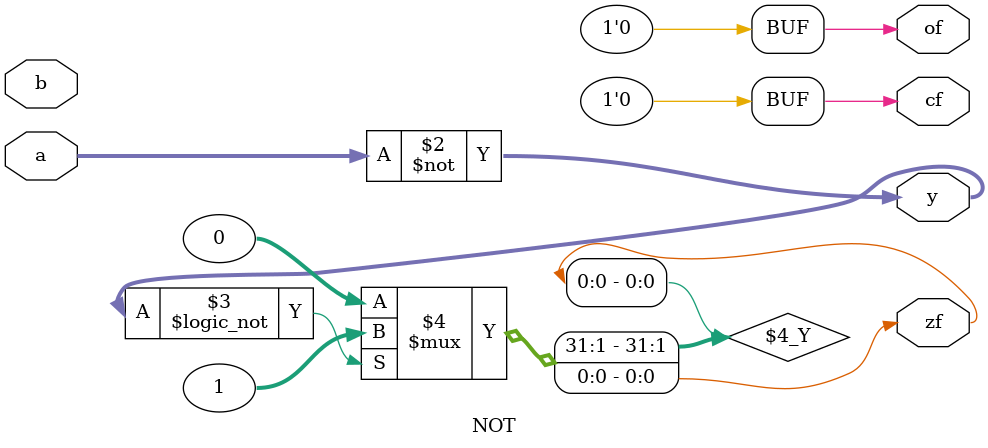
<source format=v>
`timescale 1ns / 1ps
module  TOP_ALU #(
parameter WIDTH = 6 	//数据宽度
)(
input wire en,
input wire clk,
input wire [1:0] sel,       //选择输入信号类型  0：输入给f信号 1:输入给a信号 2:输入给b信号
input wire [WIDTH-1:0] x,	//输入数

output wire [WIDTH-1:0] y, 	//运算结果
output wire zf, 		//零标志
output wire cf, 		//进位/借位标志
output wire of 		//溢出标志
);
wire ef,ea,eb;
wire [WIDTH-1:0] a,b;
wire [2:0] f;

Decode Decode1(en,sel,ef,ea,eb);
register_3 register_f(clk,ef,x[2:0],f);
register_6 register_a(clk,ea,x,a);
register_6 register_b(clk,eb,x,b);
ALU ALU1(a,b,f,y,zf,cf,of);
endmodule

module  Decode #(
parameter WIDTH = 6 	//数据宽度
)(
input wire en,
input wire [1:0] sel,
output reg ef, 		//f使能
output reg ea, 		//a使能
output reg eb 		//b使能
);
always@(*)
begin
    if(en==1)
    begin
        case(sel)
            2'b00:
            begin
                ef=1;
                ea=0;
                eb=0;
            end
            2'b01:
            begin
                ef=0;
                ea=1;
                eb=0;
            end
            2'b10:
            begin
                ef=0;
                ea=0;
                eb=1;
            end
            default:
            begin
                ef=0;
                ea=0;
                eb=0;
            end
        endcase
    end
    else
    begin
        ef=0;
        ea=0;
        eb=0;
    end
end
endmodule

module  register_6#(
    parameter WIDTH = 6
    )(
    input wire clk, en,
    input wire [WIDTH-1 : 0]  d,
    output reg  [WIDTH-1 : 0] q
    );
    always @(posedge clk)
    begin
        if (en)
        q <= d;  
    end
endmodule

module  register_3#(
    parameter WIDTH = 3
    )(
    input wire clk, en,
    input wire [WIDTH-1 : 0]  d,
    output reg  [WIDTH-1 : 0] q
    );
    always @(posedge clk)
    begin
        if (en)
        q <= d;  
    end
endmodule

module  ALU #(
parameter WIDTH = 6 	//数据宽度
)(
input wire [WIDTH-1:0] a, b,	//两操作数
input wire [2:0] s,	//操作选择
output reg [WIDTH-1:0] y, 	//运算结果
output reg zf, 		//零标志
output reg cf, 		//进位/借位标志
output reg of 		//溢出标志
);
wire [WIDTH-1:0]tmpt_add_y,tmpt_sub_y,tmpt_and_y,tmpt_or_y,tmpt_xor_y,tmpt_not_y;
ADD add1(a,b,tmpt_add_y,tmpt_add_zf,tmpt_add_cf,tmpt_add_of);
SUB sub1(a,b,tmpt_sub_y,tmpt_sub_zf,tmpt_sub_cf,tmpt_sub_of);
AND and1(a,b,tmpt_and_y,tmpt_and_zf,tmpt_and_cf,tmpt_and_of);
OR or1(a,b,tmpt_or_y,tmpt_or_zf,tmpt_or_cf,tmpt_or_of);
XOR xor1(a,b,tmpt_xor_y,tmpt_xor_zf,tmpt_xor_cf,tmpt_xor_of);
NOT not1(a,b,tmpt_not_y,tmpt_not_zf,tmpt_not_cf,tmpt_not_of);
always@(*)
begin
case (s)
    3'b000:begin
            y=tmpt_add_y;
            zf=tmpt_add_zf;
            cf=tmpt_add_cf;
            of=tmpt_add_of;
            end
	3'b001:begin
            y=tmpt_sub_y;
            zf=tmpt_sub_zf;
            cf=tmpt_sub_cf;
            of=tmpt_sub_of;
            end
	3'b010:begin
	        y=tmpt_and_y;
            zf=tmpt_and_zf;
            cf=tmpt_and_cf;
            of=tmpt_and_of;
            end
    3'b011:begin
	        y=tmpt_or_y;
            zf=tmpt_or_zf;
            cf=tmpt_or_cf;
            of=tmpt_or_of;
            end
	3'b100:begin
	    y=tmpt_xor_y;
            zf=tmpt_xor_zf;
            cf=tmpt_xor_cf;
            of=tmpt_xor_of;
            end
	3'b101:begin
	    y=tmpt_not_y;
            zf=tmpt_not_zf;
            cf=tmpt_not_cf;
            of=tmpt_not_of;
            end
	default:begin
            y = 0;
            of =0;
            cf =0;
            zf =1;
            end
endcase
end
endmodule

module ADD#(
parameter WIDTH = 6 	//数据宽度
)(   
input wire [WIDTH-1:0] a, b,	//两操作数
output reg [WIDTH-1:0] y, 	//运算结果
output reg zf, 		//零标志
output reg cf, 		//进位/借位标志
output reg of 		//溢出标志
);
always@(*)
begin
{cf,y}=a+b;
of = (a[WIDTH-1]==b[WIDTH-1])&&(a[WIDTH-1]!=y[WIDTH-1]);
zf = y==0?1:0;
end
endmodule

module SUB#(
parameter WIDTH = 6 	//数据宽度
)(   
input wire [WIDTH-1:0] a, b,	//两操作数
output reg [WIDTH-1:0] y, 	//运算结果
output reg zf, 		//零标志
output reg cf, 		//进位/借位标志
output reg of 		//溢出标志
);
always@(*)
begin
{cf,y}=a-b;
of = (a[WIDTH-1]!=b[WIDTH-1])&&(a[WIDTH-1]!=y[WIDTH-1]);
zf = y==0?1:0;
end
endmodule

module AND#(
parameter WIDTH = 6 	//数据宽度
)(
input wire [WIDTH-1:0] a, b,	//两操作数
output reg [WIDTH-1:0] y, 	//运算结果
output reg zf, 		//零标志
output reg cf, 		//进位/借位标志
output reg of 		//溢出标志
);
always@(*)
begin
y=a&b;
of =0;
cf =0;
zf = y==0?1:0;
end
endmodule

module OR#(
parameter WIDTH = 6  	//数据宽度
)(
input wire [WIDTH-1:0] a, b,	//两操作数
output reg [WIDTH-1:0] y, 	//运算结果
output reg zf, 		//零标志
output reg cf, 		//进位/借位标志
output reg of 		//溢出标志
);
always@(*)
begin
y=a|b;
of =0;
cf =0;
zf = y==0?1:0;
end
endmodule

module XOR#(
parameter WIDTH = 6 	//数据宽度
)(
input wire [WIDTH-1:0] a, b,	//两操作数
output reg [WIDTH-1:0] y, 	//运算结果
output reg zf, 		//零标志
output reg cf, 		//进位/借位标志
output reg of 		//溢出标志
);
always@(*)
begin
y=a^b;
of =0;
cf =0;
zf = y==0?1:0;
end
endmodule

module NOT#(
parameter WIDTH = 6 	//数据宽度
)(
input wire [WIDTH-1:0] a, b,	//两操作数
output reg [WIDTH-1:0] y, 	//运算结果
output reg zf, 		//零标志
output reg cf, 		//进位/借位标志
output reg of 		//溢出标志
);
always@(*)
begin
y=~a;
of =0;
cf =0;
zf = y==0?1:0;
end
endmodule







</source>
